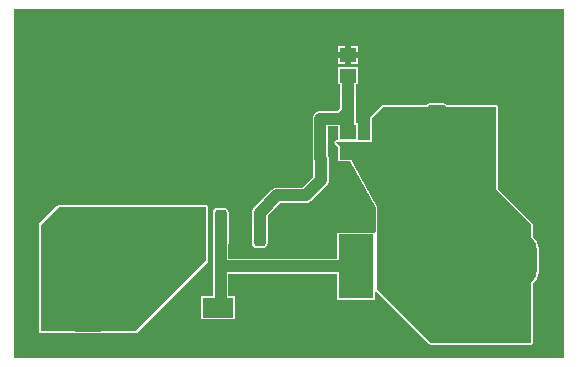
<source format=gtl>
G04*
G04 #@! TF.GenerationSoftware,Altium Limited,Altium Designer,21.1.1 (26)*
G04*
G04 Layer_Physical_Order=1*
G04 Layer_Color=255*
%FSLAX25Y25*%
%MOIN*%
G70*
G04*
G04 #@! TF.SameCoordinates,9BCB9740-BAEC-44A0-B6CA-C752D964FD41*
G04*
G04*
G04 #@! TF.FilePolarity,Positive*
G04*
G01*
G75*
%ADD13R,0.11417X0.21260*%
%ADD14R,0.32992X0.41968*%
G04:AMPARAMS|DCode=15|XSize=40mil|YSize=121.06mil|CornerRadius=10mil|HoleSize=0mil|Usage=FLASHONLY|Rotation=0.000|XOffset=0mil|YOffset=0mil|HoleType=Round|Shape=RoundedRectangle|*
%AMROUNDEDRECTD15*
21,1,0.04000,0.10106,0,0,0.0*
21,1,0.02000,0.12106,0,0,0.0*
1,1,0.02000,0.01000,-0.05053*
1,1,0.02000,-0.01000,-0.05053*
1,1,0.02000,-0.01000,0.05053*
1,1,0.02000,0.01000,0.05053*
%
%ADD15ROUNDEDRECTD15*%
%ADD16R,0.05315X0.04528*%
%ADD17R,0.09843X0.06693*%
%ADD26C,0.03937*%
G04:AMPARAMS|DCode=27|XSize=157.48mil|YSize=157.48mil|CornerRadius=39.37mil|HoleSize=0mil|Usage=FLASHONLY|Rotation=0.000|XOffset=0mil|YOffset=0mil|HoleType=Round|Shape=RoundedRectangle|*
%AMROUNDEDRECTD27*
21,1,0.15748,0.07874,0,0,0.0*
21,1,0.07874,0.15748,0,0,0.0*
1,1,0.07874,0.03937,-0.03937*
1,1,0.07874,-0.03937,-0.03937*
1,1,0.07874,-0.03937,0.03937*
1,1,0.07874,0.03937,0.03937*
%
%ADD27ROUNDEDRECTD27*%
%ADD28O,0.08268X0.05512*%
%ADD29C,0.02756*%
G36*
X489347Y270496D02*
X305929D01*
Y386984D01*
X489347D01*
Y270496D01*
D02*
G37*
%LPC*%
G36*
X420768Y374606D02*
X418307D01*
Y372539D01*
X420768D01*
Y374606D01*
D02*
G37*
G36*
X416339D02*
X413878D01*
Y372539D01*
X416339D01*
Y374606D01*
D02*
G37*
G36*
X420768Y370571D02*
X418307D01*
Y368504D01*
X420768D01*
Y370571D01*
D02*
G37*
G36*
X416339D02*
X413878D01*
Y368504D01*
X416339D01*
Y370571D01*
D02*
G37*
G36*
X420579Y367528D02*
X414067D01*
Y361803D01*
X414734D01*
Y353772D01*
X413944Y352983D01*
X408161D01*
X407491Y352895D01*
X406867Y352636D01*
X406331Y352224D01*
X405919Y351688D01*
X405661Y351064D01*
X405572Y350394D01*
Y337224D01*
X405572Y337224D01*
X405661Y336554D01*
X405815Y336182D01*
Y331074D01*
X402133Y327392D01*
X393701D01*
X393031Y327304D01*
X392406Y327045D01*
X391870Y326634D01*
X391870Y326634D01*
X386090Y320854D01*
X385679Y320318D01*
X385420Y319694D01*
X385419Y319687D01*
X385384Y319634D01*
X385260Y319010D01*
Y308904D01*
X385384Y308280D01*
X385737Y307751D01*
X386266Y307398D01*
X386890Y307274D01*
X388890D01*
X389513Y307398D01*
X390042Y307751D01*
X390395Y308280D01*
X390519Y308904D01*
Y317960D01*
X394773Y322214D01*
X403205D01*
X403206Y322214D01*
X403876Y322302D01*
X404500Y322561D01*
X405036Y322972D01*
X410235Y328171D01*
X410646Y328707D01*
X410905Y329331D01*
X410993Y330001D01*
X410993Y330001D01*
Y336982D01*
X410993Y336982D01*
X410905Y337652D01*
X410750Y338024D01*
Y347805D01*
X414067D01*
Y343167D01*
X413386D01*
X412928Y342978D01*
X412738Y342520D01*
X412928Y342062D01*
X414067Y340923D01*
Y336213D01*
X417899D01*
X426518Y320698D01*
Y312773D01*
X426189Y312409D01*
X426018Y312409D01*
X413575D01*
Y303705D01*
X377479D01*
Y308699D01*
X377519Y308904D01*
Y319010D01*
X377395Y319634D01*
X377042Y320162D01*
X376513Y320515D01*
X375890Y320640D01*
X373890D01*
X373266Y320515D01*
X372737Y320162D01*
X372384Y319634D01*
X372260Y319010D01*
Y308904D01*
X372301Y308699D01*
Y301116D01*
Y291347D01*
X368496D01*
Y283457D01*
X379535D01*
Y291347D01*
X377479D01*
Y298527D01*
X413575D01*
Y289953D01*
X426189D01*
Y292794D01*
X426689Y292893D01*
X426707Y292849D01*
X444424Y275132D01*
X444882Y274943D01*
X478346D01*
X478804Y275132D01*
X478994Y275590D01*
Y295503D01*
X479613Y295978D01*
X480340Y296925D01*
X480797Y298029D01*
X480953Y299213D01*
Y307087D01*
X480797Y308271D01*
X480340Y309374D01*
X479613Y310321D01*
X478994Y310796D01*
Y314961D01*
X478804Y315419D01*
X467183Y327040D01*
Y354331D01*
X466994Y354789D01*
X466535Y354978D01*
X450329D01*
X449920Y355292D01*
X449104Y355630D01*
X448228Y355746D01*
X445472D01*
X444597Y355630D01*
X443781Y355292D01*
X443372Y354978D01*
X429134D01*
X428676Y354789D01*
X424739Y350852D01*
X424549Y350394D01*
Y343167D01*
X420579D01*
Y348827D01*
X419912D01*
Y352700D01*
X419912Y352700D01*
X419912Y352700D01*
Y361803D01*
X420579D01*
Y367528D01*
D02*
G37*
G36*
X370079Y321514D02*
X320866D01*
X320408Y321324D01*
X314503Y315419D01*
X314313Y314961D01*
Y279528D01*
X314503Y279069D01*
X314961Y278880D01*
X346457D01*
X346915Y279069D01*
X370537Y302692D01*
X370726Y303150D01*
Y320866D01*
X370537Y321324D01*
X370079Y321514D01*
D02*
G37*
%LPD*%
G36*
X466535Y326772D02*
X478346Y314961D01*
Y275590D01*
X444882D01*
X427165Y293307D01*
Y320866D01*
X417323Y338583D01*
X413386Y342520D01*
X425197D01*
Y350394D01*
X429134Y354331D01*
X466535D01*
Y326772D01*
D02*
G37*
G36*
X370079Y303150D02*
X346457Y279528D01*
X314961D01*
Y314961D01*
X320866Y320866D01*
X370079D01*
Y303150D01*
D02*
G37*
D13*
X458071Y301181D02*
D03*
X419882D02*
D03*
D14*
X380890Y349957D02*
D03*
D15*
X394890Y313957D02*
D03*
X387890D02*
D03*
X381390D02*
D03*
X374890D02*
D03*
X367890D02*
D03*
D16*
X417323Y345965D02*
D03*
Y339075D02*
D03*
Y371555D02*
D03*
Y364665D02*
D03*
D17*
X374016Y287402D02*
D03*
X389764D02*
D03*
D26*
X417323Y345965D02*
Y352700D01*
X408161Y350394D02*
X415017D01*
X417323Y352700D02*
Y364665D01*
X415017Y350394D02*
X417323Y352700D01*
X408161Y337224D02*
Y350394D01*
Y337224D02*
X408404Y336982D01*
Y330001D02*
Y336982D01*
X374890Y301116D02*
Y313957D01*
Y288276D02*
Y301116D01*
X419817D02*
X419882Y301181D01*
X374890Y301116D02*
X419817D01*
X393701Y324803D02*
X403206D01*
X408404Y330001D01*
X387921Y319024D02*
X393701Y324803D01*
X387890Y313957D02*
X387921Y313988D01*
Y319024D01*
X374016Y287402D02*
X374890Y288276D01*
D27*
X478346Y364173D02*
D03*
X330709Y368110D02*
D03*
X472441Y303150D02*
D03*
X330709Y287402D02*
D03*
D28*
X446850Y352362D02*
D03*
Y366142D02*
D03*
X330709Y312992D02*
D03*
Y326772D02*
D03*
D29*
X472441Y377953D02*
D03*
Y354331D02*
D03*
X478346Y342520D02*
D03*
X472441Y330709D02*
D03*
X478346Y318898D02*
D03*
X460630Y377953D02*
D03*
X466535Y366142D02*
D03*
X448819Y377953D02*
D03*
X454724Y366142D02*
D03*
X437008Y377953D02*
D03*
X425197D02*
D03*
X431102Y366142D02*
D03*
X425197Y354331D02*
D03*
Y283465D02*
D03*
X413386Y377953D02*
D03*
Y330709D02*
D03*
X419291Y318898D02*
D03*
X413386Y283465D02*
D03*
X401575Y377953D02*
D03*
X407480Y366142D02*
D03*
X401575Y354331D02*
D03*
Y330709D02*
D03*
X407480Y318898D02*
D03*
X401575Y307086D02*
D03*
X407480Y295275D02*
D03*
X401575Y283465D02*
D03*
X389764Y377953D02*
D03*
X395669Y295275D02*
D03*
X377953Y377953D02*
D03*
X383858Y295275D02*
D03*
X366142Y377953D02*
D03*
Y283465D02*
D03*
X354331Y377953D02*
D03*
X360236Y366142D02*
D03*
X354331Y354331D02*
D03*
X360236Y342520D02*
D03*
X354331Y330709D02*
D03*
Y283465D02*
D03*
X342520Y377953D02*
D03*
X348425Y366142D02*
D03*
X342520Y354331D02*
D03*
X348425Y342520D02*
D03*
X342520Y330709D02*
D03*
X330709Y377953D02*
D03*
Y354331D02*
D03*
X336614Y342520D02*
D03*
X318898Y377953D02*
D03*
Y354331D02*
D03*
X324803Y342520D02*
D03*
X318898Y330709D02*
D03*
M02*

</source>
